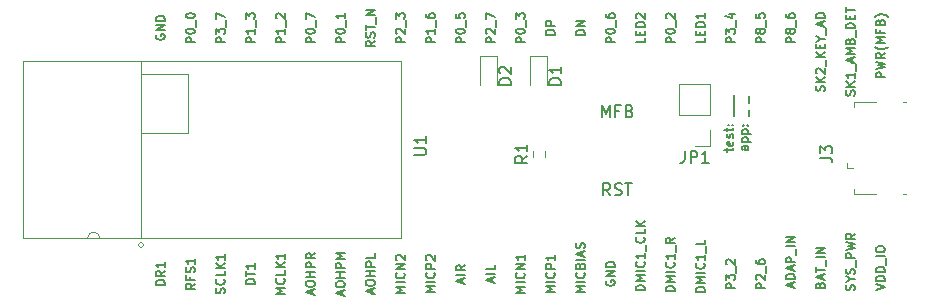
<source format=gbr>
%TF.GenerationSoftware,KiCad,Pcbnew,(5.1.9)-1*%
%TF.CreationDate,2021-12-20T00:17:31+00:00*%
%TF.ProjectId,BM83 breakout,424d3833-2062-4726-9561-6b6f75742e6b,rev?*%
%TF.SameCoordinates,Original*%
%TF.FileFunction,Legend,Top*%
%TF.FilePolarity,Positive*%
%FSLAX46Y46*%
G04 Gerber Fmt 4.6, Leading zero omitted, Abs format (unit mm)*
G04 Created by KiCad (PCBNEW (5.1.9)-1) date 2021-12-20 00:17:31*
%MOMM*%
%LPD*%
G01*
G04 APERTURE LIST*
%ADD10C,0.127000*%
%ADD11C,0.120000*%
%ADD12C,0.150000*%
%ADD13C,0.152400*%
G04 APERTURE END LIST*
D10*
X121629714Y-97844428D02*
X121629714Y-97554142D01*
X121375714Y-97735571D02*
X122028857Y-97735571D01*
X122101428Y-97699285D01*
X122137714Y-97626714D01*
X122137714Y-97554142D01*
X122101428Y-97009857D02*
X122137714Y-97082428D01*
X122137714Y-97227571D01*
X122101428Y-97300142D01*
X122028857Y-97336428D01*
X121738571Y-97336428D01*
X121666000Y-97300142D01*
X121629714Y-97227571D01*
X121629714Y-97082428D01*
X121666000Y-97009857D01*
X121738571Y-96973571D01*
X121811142Y-96973571D01*
X121883714Y-97336428D01*
X122101428Y-96683285D02*
X122137714Y-96610714D01*
X122137714Y-96465571D01*
X122101428Y-96393000D01*
X122028857Y-96356714D01*
X121992571Y-96356714D01*
X121920000Y-96393000D01*
X121883714Y-96465571D01*
X121883714Y-96574428D01*
X121847428Y-96647000D01*
X121774857Y-96683285D01*
X121738571Y-96683285D01*
X121666000Y-96647000D01*
X121629714Y-96574428D01*
X121629714Y-96465571D01*
X121666000Y-96393000D01*
X121629714Y-96139000D02*
X121629714Y-95848714D01*
X121375714Y-96030142D02*
X122028857Y-96030142D01*
X122101428Y-95993857D01*
X122137714Y-95921285D01*
X122137714Y-95848714D01*
X122065142Y-95594714D02*
X122101428Y-95558428D01*
X122137714Y-95594714D01*
X122101428Y-95631000D01*
X122065142Y-95594714D01*
X122137714Y-95594714D01*
X121666000Y-95594714D02*
X121702285Y-95558428D01*
X121738571Y-95594714D01*
X121702285Y-95631000D01*
X121666000Y-95594714D01*
X121738571Y-95594714D01*
X122210285Y-94832714D02*
X122210285Y-94252142D01*
X122210285Y-94252142D02*
X122210285Y-93671571D01*
X122210285Y-93671571D02*
X122210285Y-93091000D01*
X123407714Y-97372714D02*
X123008571Y-97372714D01*
X122936000Y-97409000D01*
X122899714Y-97481571D01*
X122899714Y-97626714D01*
X122936000Y-97699285D01*
X123371428Y-97372714D02*
X123407714Y-97445285D01*
X123407714Y-97626714D01*
X123371428Y-97699285D01*
X123298857Y-97735571D01*
X123226285Y-97735571D01*
X123153714Y-97699285D01*
X123117428Y-97626714D01*
X123117428Y-97445285D01*
X123081142Y-97372714D01*
X122899714Y-97009857D02*
X123661714Y-97009857D01*
X122936000Y-97009857D02*
X122899714Y-96937285D01*
X122899714Y-96792142D01*
X122936000Y-96719571D01*
X122972285Y-96683285D01*
X123044857Y-96647000D01*
X123262571Y-96647000D01*
X123335142Y-96683285D01*
X123371428Y-96719571D01*
X123407714Y-96792142D01*
X123407714Y-96937285D01*
X123371428Y-97009857D01*
X122899714Y-96320428D02*
X123661714Y-96320428D01*
X122936000Y-96320428D02*
X122899714Y-96247857D01*
X122899714Y-96102714D01*
X122936000Y-96030142D01*
X122972285Y-95993857D01*
X123044857Y-95957571D01*
X123262571Y-95957571D01*
X123335142Y-95993857D01*
X123371428Y-96030142D01*
X123407714Y-96102714D01*
X123407714Y-96247857D01*
X123371428Y-96320428D01*
X123335142Y-95631000D02*
X123371428Y-95594714D01*
X123407714Y-95631000D01*
X123371428Y-95667285D01*
X123335142Y-95631000D01*
X123407714Y-95631000D01*
X122936000Y-95631000D02*
X122972285Y-95594714D01*
X123008571Y-95631000D01*
X122972285Y-95667285D01*
X122936000Y-95631000D01*
X123008571Y-95631000D01*
X123480285Y-94869000D02*
X123480285Y-94288428D01*
X123480285Y-93707857D02*
X123480285Y-93127285D01*
X109564714Y-109764285D02*
X108802714Y-109764285D01*
X109347000Y-109510285D01*
X108802714Y-109256285D01*
X109564714Y-109256285D01*
X109564714Y-108893428D02*
X108802714Y-108893428D01*
X109492142Y-108095142D02*
X109528428Y-108131428D01*
X109564714Y-108240285D01*
X109564714Y-108312857D01*
X109528428Y-108421714D01*
X109455857Y-108494285D01*
X109383285Y-108530571D01*
X109238142Y-108566857D01*
X109129285Y-108566857D01*
X108984142Y-108530571D01*
X108911571Y-108494285D01*
X108839000Y-108421714D01*
X108802714Y-108312857D01*
X108802714Y-108240285D01*
X108839000Y-108131428D01*
X108875285Y-108095142D01*
X109165571Y-107514571D02*
X109201857Y-107405714D01*
X109238142Y-107369428D01*
X109310714Y-107333142D01*
X109419571Y-107333142D01*
X109492142Y-107369428D01*
X109528428Y-107405714D01*
X109564714Y-107478285D01*
X109564714Y-107768571D01*
X108802714Y-107768571D01*
X108802714Y-107514571D01*
X108839000Y-107442000D01*
X108875285Y-107405714D01*
X108947857Y-107369428D01*
X109020428Y-107369428D01*
X109093000Y-107405714D01*
X109129285Y-107442000D01*
X109165571Y-107514571D01*
X109165571Y-107768571D01*
X109564714Y-107006571D02*
X108802714Y-107006571D01*
X109347000Y-106680000D02*
X109347000Y-106317142D01*
X109564714Y-106752571D02*
X108802714Y-106498571D01*
X109564714Y-106244571D01*
X109528428Y-106026857D02*
X109564714Y-105918000D01*
X109564714Y-105736571D01*
X109528428Y-105664000D01*
X109492142Y-105627714D01*
X109419571Y-105591428D01*
X109347000Y-105591428D01*
X109274428Y-105627714D01*
X109238142Y-105664000D01*
X109201857Y-105736571D01*
X109165571Y-105881714D01*
X109129285Y-105954285D01*
X109093000Y-105990571D01*
X109020428Y-106026857D01*
X108947857Y-106026857D01*
X108875285Y-105990571D01*
X108839000Y-105954285D01*
X108802714Y-105881714D01*
X108802714Y-105700285D01*
X108839000Y-105591428D01*
X122264714Y-109419571D02*
X121502714Y-109419571D01*
X121502714Y-109129285D01*
X121539000Y-109056714D01*
X121575285Y-109020428D01*
X121647857Y-108984142D01*
X121756714Y-108984142D01*
X121829285Y-109020428D01*
X121865571Y-109056714D01*
X121901857Y-109129285D01*
X121901857Y-109419571D01*
X121502714Y-108730142D02*
X121502714Y-108258428D01*
X121793000Y-108512428D01*
X121793000Y-108403571D01*
X121829285Y-108331000D01*
X121865571Y-108294714D01*
X121938142Y-108258428D01*
X122119571Y-108258428D01*
X122192142Y-108294714D01*
X122228428Y-108331000D01*
X122264714Y-108403571D01*
X122264714Y-108621285D01*
X122228428Y-108693857D01*
X122192142Y-108730142D01*
X122337285Y-108113285D02*
X122337285Y-107532714D01*
X121575285Y-107387571D02*
X121539000Y-107351285D01*
X121502714Y-107278714D01*
X121502714Y-107097285D01*
X121539000Y-107024714D01*
X121575285Y-106988428D01*
X121647857Y-106952142D01*
X121720428Y-106952142D01*
X121829285Y-106988428D01*
X122264714Y-107423857D01*
X122264714Y-106952142D01*
X99187000Y-108947857D02*
X99187000Y-108585000D01*
X99404714Y-109020428D02*
X98642714Y-108766428D01*
X99404714Y-108512428D01*
X99404714Y-108258428D02*
X98642714Y-108258428D01*
X99404714Y-107460142D02*
X99041857Y-107714142D01*
X99404714Y-107895571D02*
X98642714Y-107895571D01*
X98642714Y-107605285D01*
X98679000Y-107532714D01*
X98715285Y-107496428D01*
X98787857Y-107460142D01*
X98896714Y-107460142D01*
X98969285Y-107496428D01*
X99005571Y-107532714D01*
X99041857Y-107605285D01*
X99041857Y-107895571D01*
X96864714Y-109764285D02*
X96102714Y-109764285D01*
X96647000Y-109510285D01*
X96102714Y-109256285D01*
X96864714Y-109256285D01*
X96864714Y-108893428D02*
X96102714Y-108893428D01*
X96792142Y-108095142D02*
X96828428Y-108131428D01*
X96864714Y-108240285D01*
X96864714Y-108312857D01*
X96828428Y-108421714D01*
X96755857Y-108494285D01*
X96683285Y-108530571D01*
X96538142Y-108566857D01*
X96429285Y-108566857D01*
X96284142Y-108530571D01*
X96211571Y-108494285D01*
X96139000Y-108421714D01*
X96102714Y-108312857D01*
X96102714Y-108240285D01*
X96139000Y-108131428D01*
X96175285Y-108095142D01*
X96864714Y-107768571D02*
X96102714Y-107768571D01*
X96102714Y-107478285D01*
X96139000Y-107405714D01*
X96175285Y-107369428D01*
X96247857Y-107333142D01*
X96356714Y-107333142D01*
X96429285Y-107369428D01*
X96465571Y-107405714D01*
X96501857Y-107478285D01*
X96501857Y-107768571D01*
X96175285Y-107042857D02*
X96139000Y-107006571D01*
X96102714Y-106934000D01*
X96102714Y-106752571D01*
X96139000Y-106680000D01*
X96175285Y-106643714D01*
X96247857Y-106607428D01*
X96320428Y-106607428D01*
X96429285Y-106643714D01*
X96864714Y-107079142D01*
X96864714Y-106607428D01*
X129485571Y-109129285D02*
X129521857Y-109020428D01*
X129558142Y-108984142D01*
X129630714Y-108947857D01*
X129739571Y-108947857D01*
X129812142Y-108984142D01*
X129848428Y-109020428D01*
X129884714Y-109093000D01*
X129884714Y-109383285D01*
X129122714Y-109383285D01*
X129122714Y-109129285D01*
X129159000Y-109056714D01*
X129195285Y-109020428D01*
X129267857Y-108984142D01*
X129340428Y-108984142D01*
X129413000Y-109020428D01*
X129449285Y-109056714D01*
X129485571Y-109129285D01*
X129485571Y-109383285D01*
X129667000Y-108657571D02*
X129667000Y-108294714D01*
X129884714Y-108730142D02*
X129122714Y-108476142D01*
X129884714Y-108222142D01*
X129122714Y-108077000D02*
X129122714Y-107641571D01*
X129884714Y-107859285D02*
X129122714Y-107859285D01*
X129957285Y-107569000D02*
X129957285Y-106988428D01*
X129884714Y-106807000D02*
X129122714Y-106807000D01*
X129884714Y-106444142D02*
X129122714Y-106444142D01*
X129884714Y-106008714D01*
X129122714Y-106008714D01*
X104484714Y-109782428D02*
X103722714Y-109782428D01*
X104267000Y-109528428D01*
X103722714Y-109274428D01*
X104484714Y-109274428D01*
X104484714Y-108911571D02*
X103722714Y-108911571D01*
X104412142Y-108113285D02*
X104448428Y-108149571D01*
X104484714Y-108258428D01*
X104484714Y-108331000D01*
X104448428Y-108439857D01*
X104375857Y-108512428D01*
X104303285Y-108548714D01*
X104158142Y-108585000D01*
X104049285Y-108585000D01*
X103904142Y-108548714D01*
X103831571Y-108512428D01*
X103759000Y-108439857D01*
X103722714Y-108331000D01*
X103722714Y-108258428D01*
X103759000Y-108149571D01*
X103795285Y-108113285D01*
X104484714Y-107786714D02*
X103722714Y-107786714D01*
X104484714Y-107351285D01*
X103722714Y-107351285D01*
X104484714Y-106589285D02*
X104484714Y-107024714D01*
X104484714Y-106807000D02*
X103722714Y-106807000D01*
X103831571Y-106879571D01*
X103904142Y-106952142D01*
X103940428Y-107024714D01*
X94324714Y-109782428D02*
X93562714Y-109782428D01*
X94107000Y-109528428D01*
X93562714Y-109274428D01*
X94324714Y-109274428D01*
X94324714Y-108911571D02*
X93562714Y-108911571D01*
X94252142Y-108113285D02*
X94288428Y-108149571D01*
X94324714Y-108258428D01*
X94324714Y-108331000D01*
X94288428Y-108439857D01*
X94215857Y-108512428D01*
X94143285Y-108548714D01*
X93998142Y-108585000D01*
X93889285Y-108585000D01*
X93744142Y-108548714D01*
X93671571Y-108512428D01*
X93599000Y-108439857D01*
X93562714Y-108331000D01*
X93562714Y-108258428D01*
X93599000Y-108149571D01*
X93635285Y-108113285D01*
X94324714Y-107786714D02*
X93562714Y-107786714D01*
X94324714Y-107351285D01*
X93562714Y-107351285D01*
X93635285Y-107024714D02*
X93599000Y-106988428D01*
X93562714Y-106915857D01*
X93562714Y-106734428D01*
X93599000Y-106661857D01*
X93635285Y-106625571D01*
X93707857Y-106589285D01*
X93780428Y-106589285D01*
X93889285Y-106625571D01*
X94324714Y-107061000D01*
X94324714Y-106589285D01*
X119724714Y-109728000D02*
X118962714Y-109728000D01*
X118962714Y-109546571D01*
X118999000Y-109437714D01*
X119071571Y-109365142D01*
X119144142Y-109328857D01*
X119289285Y-109292571D01*
X119398142Y-109292571D01*
X119543285Y-109328857D01*
X119615857Y-109365142D01*
X119688428Y-109437714D01*
X119724714Y-109546571D01*
X119724714Y-109728000D01*
X119724714Y-108966000D02*
X118962714Y-108966000D01*
X119507000Y-108712000D01*
X118962714Y-108458000D01*
X119724714Y-108458000D01*
X119724714Y-108095142D02*
X118962714Y-108095142D01*
X119652142Y-107296857D02*
X119688428Y-107333142D01*
X119724714Y-107442000D01*
X119724714Y-107514571D01*
X119688428Y-107623428D01*
X119615857Y-107696000D01*
X119543285Y-107732285D01*
X119398142Y-107768571D01*
X119289285Y-107768571D01*
X119144142Y-107732285D01*
X119071571Y-107696000D01*
X118999000Y-107623428D01*
X118962714Y-107514571D01*
X118962714Y-107442000D01*
X118999000Y-107333142D01*
X119035285Y-107296857D01*
X119724714Y-106571142D02*
X119724714Y-107006571D01*
X119724714Y-106788857D02*
X118962714Y-106788857D01*
X119071571Y-106861428D01*
X119144142Y-106934000D01*
X119180428Y-107006571D01*
X119797285Y-106426000D02*
X119797285Y-105845428D01*
X119724714Y-105301142D02*
X119724714Y-105664000D01*
X118962714Y-105664000D01*
X117174554Y-109653251D02*
X116412554Y-109653251D01*
X116412554Y-109471822D01*
X116448840Y-109362965D01*
X116521411Y-109290394D01*
X116593982Y-109254108D01*
X116739125Y-109217822D01*
X116847982Y-109217822D01*
X116993125Y-109254108D01*
X117065697Y-109290394D01*
X117138268Y-109362965D01*
X117174554Y-109471822D01*
X117174554Y-109653251D01*
X117174554Y-108891251D02*
X116412554Y-108891251D01*
X116956840Y-108637251D01*
X116412554Y-108383251D01*
X117174554Y-108383251D01*
X117174554Y-108020394D02*
X116412554Y-108020394D01*
X117101982Y-107222108D02*
X117138268Y-107258394D01*
X117174554Y-107367251D01*
X117174554Y-107439822D01*
X117138268Y-107548680D01*
X117065697Y-107621251D01*
X116993125Y-107657537D01*
X116847982Y-107693822D01*
X116739125Y-107693822D01*
X116593982Y-107657537D01*
X116521411Y-107621251D01*
X116448840Y-107548680D01*
X116412554Y-107439822D01*
X116412554Y-107367251D01*
X116448840Y-107258394D01*
X116485125Y-107222108D01*
X117174554Y-106496394D02*
X117174554Y-106931822D01*
X117174554Y-106714108D02*
X116412554Y-106714108D01*
X116521411Y-106786680D01*
X116593982Y-106859251D01*
X116630268Y-106931822D01*
X117247125Y-106351251D02*
X117247125Y-105770680D01*
X117174554Y-105153822D02*
X116811697Y-105407822D01*
X117174554Y-105589251D02*
X116412554Y-105589251D01*
X116412554Y-105298965D01*
X116448840Y-105226394D01*
X116485125Y-105190108D01*
X116557697Y-105153822D01*
X116666554Y-105153822D01*
X116739125Y-105190108D01*
X116775411Y-105226394D01*
X116811697Y-105298965D01*
X116811697Y-105589251D01*
X101727000Y-108875285D02*
X101727000Y-108512428D01*
X101944714Y-108947857D02*
X101182714Y-108693857D01*
X101944714Y-108439857D01*
X101944714Y-108185857D02*
X101182714Y-108185857D01*
X101944714Y-107460142D02*
X101944714Y-107823000D01*
X101182714Y-107823000D01*
X114644714Y-109601000D02*
X113882714Y-109601000D01*
X113882714Y-109419571D01*
X113919000Y-109310714D01*
X113991571Y-109238142D01*
X114064142Y-109201857D01*
X114209285Y-109165571D01*
X114318142Y-109165571D01*
X114463285Y-109201857D01*
X114535857Y-109238142D01*
X114608428Y-109310714D01*
X114644714Y-109419571D01*
X114644714Y-109601000D01*
X114644714Y-108839000D02*
X113882714Y-108839000D01*
X114427000Y-108585000D01*
X113882714Y-108331000D01*
X114644714Y-108331000D01*
X114644714Y-107968142D02*
X113882714Y-107968142D01*
X114572142Y-107169857D02*
X114608428Y-107206142D01*
X114644714Y-107315000D01*
X114644714Y-107387571D01*
X114608428Y-107496428D01*
X114535857Y-107569000D01*
X114463285Y-107605285D01*
X114318142Y-107641571D01*
X114209285Y-107641571D01*
X114064142Y-107605285D01*
X113991571Y-107569000D01*
X113919000Y-107496428D01*
X113882714Y-107387571D01*
X113882714Y-107315000D01*
X113919000Y-107206142D01*
X113955285Y-107169857D01*
X114644714Y-106444142D02*
X114644714Y-106879571D01*
X114644714Y-106661857D02*
X113882714Y-106661857D01*
X113991571Y-106734428D01*
X114064142Y-106807000D01*
X114100428Y-106879571D01*
X114717285Y-106299000D02*
X114717285Y-105718428D01*
X114572142Y-105101571D02*
X114608428Y-105137857D01*
X114644714Y-105246714D01*
X114644714Y-105319285D01*
X114608428Y-105428142D01*
X114535857Y-105500714D01*
X114463285Y-105537000D01*
X114318142Y-105573285D01*
X114209285Y-105573285D01*
X114064142Y-105537000D01*
X113991571Y-105500714D01*
X113919000Y-105428142D01*
X113882714Y-105319285D01*
X113882714Y-105246714D01*
X113919000Y-105137857D01*
X113955285Y-105101571D01*
X114644714Y-104412142D02*
X114644714Y-104775000D01*
X113882714Y-104775000D01*
X114644714Y-104158142D02*
X113882714Y-104158142D01*
X114644714Y-103722714D02*
X114209285Y-104049285D01*
X113882714Y-103722714D02*
X114318142Y-104158142D01*
X107024714Y-109764285D02*
X106262714Y-109764285D01*
X106807000Y-109510285D01*
X106262714Y-109256285D01*
X107024714Y-109256285D01*
X107024714Y-108893428D02*
X106262714Y-108893428D01*
X106952142Y-108095142D02*
X106988428Y-108131428D01*
X107024714Y-108240285D01*
X107024714Y-108312857D01*
X106988428Y-108421714D01*
X106915857Y-108494285D01*
X106843285Y-108530571D01*
X106698142Y-108566857D01*
X106589285Y-108566857D01*
X106444142Y-108530571D01*
X106371571Y-108494285D01*
X106299000Y-108421714D01*
X106262714Y-108312857D01*
X106262714Y-108240285D01*
X106299000Y-108131428D01*
X106335285Y-108095142D01*
X107024714Y-107768571D02*
X106262714Y-107768571D01*
X106262714Y-107478285D01*
X106299000Y-107405714D01*
X106335285Y-107369428D01*
X106407857Y-107333142D01*
X106516714Y-107333142D01*
X106589285Y-107369428D01*
X106625571Y-107405714D01*
X106661857Y-107478285D01*
X106661857Y-107768571D01*
X107024714Y-106607428D02*
X107024714Y-107042857D01*
X107024714Y-106825142D02*
X106262714Y-106825142D01*
X106371571Y-106897714D01*
X106444142Y-106970285D01*
X106480428Y-107042857D01*
X89027000Y-110000142D02*
X89027000Y-109637285D01*
X89244714Y-110072714D02*
X88482714Y-109818714D01*
X89244714Y-109564714D01*
X88482714Y-109165571D02*
X88482714Y-109020428D01*
X88519000Y-108947857D01*
X88591571Y-108875285D01*
X88736714Y-108839000D01*
X88990714Y-108839000D01*
X89135857Y-108875285D01*
X89208428Y-108947857D01*
X89244714Y-109020428D01*
X89244714Y-109165571D01*
X89208428Y-109238142D01*
X89135857Y-109310714D01*
X88990714Y-109347000D01*
X88736714Y-109347000D01*
X88591571Y-109310714D01*
X88519000Y-109238142D01*
X88482714Y-109165571D01*
X89244714Y-108512428D02*
X88482714Y-108512428D01*
X88845571Y-108512428D02*
X88845571Y-108077000D01*
X89244714Y-108077000D02*
X88482714Y-108077000D01*
X89244714Y-107714142D02*
X88482714Y-107714142D01*
X88482714Y-107423857D01*
X88519000Y-107351285D01*
X88555285Y-107315000D01*
X88627857Y-107278714D01*
X88736714Y-107278714D01*
X88809285Y-107315000D01*
X88845571Y-107351285D01*
X88881857Y-107423857D01*
X88881857Y-107714142D01*
X89244714Y-106952142D02*
X88482714Y-106952142D01*
X89027000Y-106698142D01*
X88482714Y-106444142D01*
X89244714Y-106444142D01*
X132388428Y-109582857D02*
X132424714Y-109474000D01*
X132424714Y-109292571D01*
X132388428Y-109220000D01*
X132352142Y-109183714D01*
X132279571Y-109147428D01*
X132207000Y-109147428D01*
X132134428Y-109183714D01*
X132098142Y-109220000D01*
X132061857Y-109292571D01*
X132025571Y-109437714D01*
X131989285Y-109510285D01*
X131953000Y-109546571D01*
X131880428Y-109582857D01*
X131807857Y-109582857D01*
X131735285Y-109546571D01*
X131699000Y-109510285D01*
X131662714Y-109437714D01*
X131662714Y-109256285D01*
X131699000Y-109147428D01*
X132061857Y-108675714D02*
X132424714Y-108675714D01*
X131662714Y-108929714D02*
X132061857Y-108675714D01*
X131662714Y-108421714D01*
X132388428Y-108204000D02*
X132424714Y-108095142D01*
X132424714Y-107913714D01*
X132388428Y-107841142D01*
X132352142Y-107804857D01*
X132279571Y-107768571D01*
X132207000Y-107768571D01*
X132134428Y-107804857D01*
X132098142Y-107841142D01*
X132061857Y-107913714D01*
X132025571Y-108058857D01*
X131989285Y-108131428D01*
X131953000Y-108167714D01*
X131880428Y-108204000D01*
X131807857Y-108204000D01*
X131735285Y-108167714D01*
X131699000Y-108131428D01*
X131662714Y-108058857D01*
X131662714Y-107877428D01*
X131699000Y-107768571D01*
X132497285Y-107623428D02*
X132497285Y-107042857D01*
X132424714Y-106861428D02*
X131662714Y-106861428D01*
X131662714Y-106571142D01*
X131699000Y-106498571D01*
X131735285Y-106462285D01*
X131807857Y-106426000D01*
X131916714Y-106426000D01*
X131989285Y-106462285D01*
X132025571Y-106498571D01*
X132061857Y-106571142D01*
X132061857Y-106861428D01*
X131662714Y-106172000D02*
X132424714Y-105990571D01*
X131880428Y-105845428D01*
X132424714Y-105700285D01*
X131662714Y-105518857D01*
X132424714Y-104793142D02*
X132061857Y-105047142D01*
X132424714Y-105228571D02*
X131662714Y-105228571D01*
X131662714Y-104938285D01*
X131699000Y-104865714D01*
X131735285Y-104829428D01*
X131807857Y-104793142D01*
X131916714Y-104793142D01*
X131989285Y-104829428D01*
X132025571Y-104865714D01*
X132061857Y-104938285D01*
X132061857Y-105228571D01*
X127127000Y-109328857D02*
X127127000Y-108966000D01*
X127344714Y-109401428D02*
X126582714Y-109147428D01*
X127344714Y-108893428D01*
X127344714Y-108639428D02*
X126582714Y-108639428D01*
X126582714Y-108458000D01*
X126619000Y-108349142D01*
X126691571Y-108276571D01*
X126764142Y-108240285D01*
X126909285Y-108204000D01*
X127018142Y-108204000D01*
X127163285Y-108240285D01*
X127235857Y-108276571D01*
X127308428Y-108349142D01*
X127344714Y-108458000D01*
X127344714Y-108639428D01*
X127127000Y-107913714D02*
X127127000Y-107550857D01*
X127344714Y-107986285D02*
X126582714Y-107732285D01*
X127344714Y-107478285D01*
X127344714Y-107224285D02*
X126582714Y-107224285D01*
X126582714Y-106934000D01*
X126619000Y-106861428D01*
X126655285Y-106825142D01*
X126727857Y-106788857D01*
X126836714Y-106788857D01*
X126909285Y-106825142D01*
X126945571Y-106861428D01*
X126981857Y-106934000D01*
X126981857Y-107224285D01*
X127417285Y-106643714D02*
X127417285Y-106063142D01*
X127344714Y-105881714D02*
X126582714Y-105881714D01*
X127344714Y-105518857D02*
X126582714Y-105518857D01*
X127344714Y-105083428D01*
X126582714Y-105083428D01*
X86487000Y-109945714D02*
X86487000Y-109582857D01*
X86704714Y-110018285D02*
X85942714Y-109764285D01*
X86704714Y-109510285D01*
X85942714Y-109111142D02*
X85942714Y-108966000D01*
X85979000Y-108893428D01*
X86051571Y-108820857D01*
X86196714Y-108784571D01*
X86450714Y-108784571D01*
X86595857Y-108820857D01*
X86668428Y-108893428D01*
X86704714Y-108966000D01*
X86704714Y-109111142D01*
X86668428Y-109183714D01*
X86595857Y-109256285D01*
X86450714Y-109292571D01*
X86196714Y-109292571D01*
X86051571Y-109256285D01*
X85979000Y-109183714D01*
X85942714Y-109111142D01*
X86704714Y-108458000D02*
X85942714Y-108458000D01*
X86305571Y-108458000D02*
X86305571Y-108022571D01*
X86704714Y-108022571D02*
X85942714Y-108022571D01*
X86704714Y-107659714D02*
X85942714Y-107659714D01*
X85942714Y-107369428D01*
X85979000Y-107296857D01*
X86015285Y-107260571D01*
X86087857Y-107224285D01*
X86196714Y-107224285D01*
X86269285Y-107260571D01*
X86305571Y-107296857D01*
X86341857Y-107369428D01*
X86341857Y-107659714D01*
X86704714Y-106462285D02*
X86341857Y-106716285D01*
X86704714Y-106897714D02*
X85942714Y-106897714D01*
X85942714Y-106607428D01*
X85979000Y-106534857D01*
X86015285Y-106498571D01*
X86087857Y-106462285D01*
X86196714Y-106462285D01*
X86269285Y-106498571D01*
X86305571Y-106534857D01*
X86341857Y-106607428D01*
X86341857Y-106897714D01*
X111379000Y-108784571D02*
X111342714Y-108857142D01*
X111342714Y-108966000D01*
X111379000Y-109074857D01*
X111451571Y-109147428D01*
X111524142Y-109183714D01*
X111669285Y-109220000D01*
X111778142Y-109220000D01*
X111923285Y-109183714D01*
X111995857Y-109147428D01*
X112068428Y-109074857D01*
X112104714Y-108966000D01*
X112104714Y-108893428D01*
X112068428Y-108784571D01*
X112032142Y-108748285D01*
X111778142Y-108748285D01*
X111778142Y-108893428D01*
X112104714Y-108421714D02*
X111342714Y-108421714D01*
X112104714Y-107986285D01*
X111342714Y-107986285D01*
X112104714Y-107623428D02*
X111342714Y-107623428D01*
X111342714Y-107442000D01*
X111379000Y-107333142D01*
X111451571Y-107260571D01*
X111524142Y-107224285D01*
X111669285Y-107188000D01*
X111778142Y-107188000D01*
X111923285Y-107224285D01*
X111995857Y-107260571D01*
X112068428Y-107333142D01*
X112104714Y-107442000D01*
X112104714Y-107623428D01*
X81624714Y-109056714D02*
X80862714Y-109056714D01*
X80862714Y-108875285D01*
X80899000Y-108766428D01*
X80971571Y-108693857D01*
X81044142Y-108657571D01*
X81189285Y-108621285D01*
X81298142Y-108621285D01*
X81443285Y-108657571D01*
X81515857Y-108693857D01*
X81588428Y-108766428D01*
X81624714Y-108875285D01*
X81624714Y-109056714D01*
X80862714Y-108403571D02*
X80862714Y-107968142D01*
X81624714Y-108185857D02*
X80862714Y-108185857D01*
X81624714Y-107315000D02*
X81624714Y-107750428D01*
X81624714Y-107532714D02*
X80862714Y-107532714D01*
X80971571Y-107605285D01*
X81044142Y-107677857D01*
X81080428Y-107750428D01*
X76544714Y-109020428D02*
X76181857Y-109274428D01*
X76544714Y-109455857D02*
X75782714Y-109455857D01*
X75782714Y-109165571D01*
X75819000Y-109093000D01*
X75855285Y-109056714D01*
X75927857Y-109020428D01*
X76036714Y-109020428D01*
X76109285Y-109056714D01*
X76145571Y-109093000D01*
X76181857Y-109165571D01*
X76181857Y-109455857D01*
X76145571Y-108439857D02*
X76145571Y-108693857D01*
X76544714Y-108693857D02*
X75782714Y-108693857D01*
X75782714Y-108331000D01*
X76508428Y-108077000D02*
X76544714Y-107968142D01*
X76544714Y-107786714D01*
X76508428Y-107714142D01*
X76472142Y-107677857D01*
X76399571Y-107641571D01*
X76327000Y-107641571D01*
X76254428Y-107677857D01*
X76218142Y-107714142D01*
X76181857Y-107786714D01*
X76145571Y-107931857D01*
X76109285Y-108004428D01*
X76073000Y-108040714D01*
X76000428Y-108077000D01*
X75927857Y-108077000D01*
X75855285Y-108040714D01*
X75819000Y-108004428D01*
X75782714Y-107931857D01*
X75782714Y-107750428D01*
X75819000Y-107641571D01*
X76544714Y-106915857D02*
X76544714Y-107351285D01*
X76544714Y-107133571D02*
X75782714Y-107133571D01*
X75891571Y-107206142D01*
X75964142Y-107278714D01*
X76000428Y-107351285D01*
X74004714Y-109147428D02*
X73242714Y-109147428D01*
X73242714Y-108966000D01*
X73279000Y-108857142D01*
X73351571Y-108784571D01*
X73424142Y-108748285D01*
X73569285Y-108712000D01*
X73678142Y-108712000D01*
X73823285Y-108748285D01*
X73895857Y-108784571D01*
X73968428Y-108857142D01*
X74004714Y-108966000D01*
X74004714Y-109147428D01*
X74004714Y-107950000D02*
X73641857Y-108204000D01*
X74004714Y-108385428D02*
X73242714Y-108385428D01*
X73242714Y-108095142D01*
X73279000Y-108022571D01*
X73315285Y-107986285D01*
X73387857Y-107950000D01*
X73496714Y-107950000D01*
X73569285Y-107986285D01*
X73605571Y-108022571D01*
X73641857Y-108095142D01*
X73641857Y-108385428D01*
X74004714Y-107224285D02*
X74004714Y-107659714D01*
X74004714Y-107442000D02*
X73242714Y-107442000D01*
X73351571Y-107514571D01*
X73424142Y-107587142D01*
X73460428Y-107659714D01*
X79048428Y-109855000D02*
X79084714Y-109746142D01*
X79084714Y-109564714D01*
X79048428Y-109492142D01*
X79012142Y-109455857D01*
X78939571Y-109419571D01*
X78867000Y-109419571D01*
X78794428Y-109455857D01*
X78758142Y-109492142D01*
X78721857Y-109564714D01*
X78685571Y-109709857D01*
X78649285Y-109782428D01*
X78613000Y-109818714D01*
X78540428Y-109855000D01*
X78467857Y-109855000D01*
X78395285Y-109818714D01*
X78359000Y-109782428D01*
X78322714Y-109709857D01*
X78322714Y-109528428D01*
X78359000Y-109419571D01*
X79012142Y-108657571D02*
X79048428Y-108693857D01*
X79084714Y-108802714D01*
X79084714Y-108875285D01*
X79048428Y-108984142D01*
X78975857Y-109056714D01*
X78903285Y-109093000D01*
X78758142Y-109129285D01*
X78649285Y-109129285D01*
X78504142Y-109093000D01*
X78431571Y-109056714D01*
X78359000Y-108984142D01*
X78322714Y-108875285D01*
X78322714Y-108802714D01*
X78359000Y-108693857D01*
X78395285Y-108657571D01*
X79084714Y-107968142D02*
X79084714Y-108331000D01*
X78322714Y-108331000D01*
X79084714Y-107714142D02*
X78322714Y-107714142D01*
X79084714Y-107278714D02*
X78649285Y-107605285D01*
X78322714Y-107278714D02*
X78758142Y-107714142D01*
X79084714Y-106553000D02*
X79084714Y-106988428D01*
X79084714Y-106770714D02*
X78322714Y-106770714D01*
X78431571Y-106843285D01*
X78504142Y-106915857D01*
X78540428Y-106988428D01*
X134202714Y-109582857D02*
X134964714Y-109328857D01*
X134202714Y-109074857D01*
X134964714Y-108820857D02*
X134202714Y-108820857D01*
X134202714Y-108639428D01*
X134239000Y-108530571D01*
X134311571Y-108458000D01*
X134384142Y-108421714D01*
X134529285Y-108385428D01*
X134638142Y-108385428D01*
X134783285Y-108421714D01*
X134855857Y-108458000D01*
X134928428Y-108530571D01*
X134964714Y-108639428D01*
X134964714Y-108820857D01*
X134964714Y-108058857D02*
X134202714Y-108058857D01*
X134202714Y-107877428D01*
X134239000Y-107768571D01*
X134311571Y-107696000D01*
X134384142Y-107659714D01*
X134529285Y-107623428D01*
X134638142Y-107623428D01*
X134783285Y-107659714D01*
X134855857Y-107696000D01*
X134928428Y-107768571D01*
X134964714Y-107877428D01*
X134964714Y-108058857D01*
X135037285Y-107478285D02*
X135037285Y-106897714D01*
X134964714Y-106716285D02*
X134202714Y-106716285D01*
X134202714Y-106208285D02*
X134202714Y-106063142D01*
X134239000Y-105990571D01*
X134311571Y-105918000D01*
X134456714Y-105881714D01*
X134710714Y-105881714D01*
X134855857Y-105918000D01*
X134928428Y-105990571D01*
X134964714Y-106063142D01*
X134964714Y-106208285D01*
X134928428Y-106280857D01*
X134855857Y-106353428D01*
X134710714Y-106389714D01*
X134456714Y-106389714D01*
X134311571Y-106353428D01*
X134239000Y-106280857D01*
X134202714Y-106208285D01*
X84164714Y-109891285D02*
X83402714Y-109891285D01*
X83947000Y-109637285D01*
X83402714Y-109383285D01*
X84164714Y-109383285D01*
X84092142Y-108585000D02*
X84128428Y-108621285D01*
X84164714Y-108730142D01*
X84164714Y-108802714D01*
X84128428Y-108911571D01*
X84055857Y-108984142D01*
X83983285Y-109020428D01*
X83838142Y-109056714D01*
X83729285Y-109056714D01*
X83584142Y-109020428D01*
X83511571Y-108984142D01*
X83439000Y-108911571D01*
X83402714Y-108802714D01*
X83402714Y-108730142D01*
X83439000Y-108621285D01*
X83475285Y-108585000D01*
X84164714Y-107895571D02*
X84164714Y-108258428D01*
X83402714Y-108258428D01*
X84164714Y-107641571D02*
X83402714Y-107641571D01*
X84164714Y-107206142D02*
X83729285Y-107532714D01*
X83402714Y-107206142D02*
X83838142Y-107641571D01*
X84164714Y-106480428D02*
X84164714Y-106915857D01*
X84164714Y-106698142D02*
X83402714Y-106698142D01*
X83511571Y-106770714D01*
X83584142Y-106843285D01*
X83620428Y-106915857D01*
X124804714Y-109419571D02*
X124042714Y-109419571D01*
X124042714Y-109129285D01*
X124079000Y-109056714D01*
X124115285Y-109020428D01*
X124187857Y-108984142D01*
X124296714Y-108984142D01*
X124369285Y-109020428D01*
X124405571Y-109056714D01*
X124441857Y-109129285D01*
X124441857Y-109419571D01*
X124115285Y-108693857D02*
X124079000Y-108657571D01*
X124042714Y-108585000D01*
X124042714Y-108403571D01*
X124079000Y-108331000D01*
X124115285Y-108294714D01*
X124187857Y-108258428D01*
X124260428Y-108258428D01*
X124369285Y-108294714D01*
X124804714Y-108730142D01*
X124804714Y-108258428D01*
X124877285Y-108113285D02*
X124877285Y-107532714D01*
X124042714Y-107024714D02*
X124042714Y-107169857D01*
X124079000Y-107242428D01*
X124115285Y-107278714D01*
X124224142Y-107351285D01*
X124369285Y-107387571D01*
X124659571Y-107387571D01*
X124732142Y-107351285D01*
X124768428Y-107315000D01*
X124804714Y-107242428D01*
X124804714Y-107097285D01*
X124768428Y-107024714D01*
X124732142Y-106988428D01*
X124659571Y-106952142D01*
X124478142Y-106952142D01*
X124405571Y-106988428D01*
X124369285Y-107024714D01*
X124333000Y-107097285D01*
X124333000Y-107242428D01*
X124369285Y-107315000D01*
X124405571Y-107351285D01*
X124478142Y-107387571D01*
X91567000Y-109873142D02*
X91567000Y-109510285D01*
X91784714Y-109945714D02*
X91022714Y-109691714D01*
X91784714Y-109437714D01*
X91022714Y-109038571D02*
X91022714Y-108893428D01*
X91059000Y-108820857D01*
X91131571Y-108748285D01*
X91276714Y-108712000D01*
X91530714Y-108712000D01*
X91675857Y-108748285D01*
X91748428Y-108820857D01*
X91784714Y-108893428D01*
X91784714Y-109038571D01*
X91748428Y-109111142D01*
X91675857Y-109183714D01*
X91530714Y-109220000D01*
X91276714Y-109220000D01*
X91131571Y-109183714D01*
X91059000Y-109111142D01*
X91022714Y-109038571D01*
X91784714Y-108385428D02*
X91022714Y-108385428D01*
X91385571Y-108385428D02*
X91385571Y-107950000D01*
X91784714Y-107950000D02*
X91022714Y-107950000D01*
X91784714Y-107587142D02*
X91022714Y-107587142D01*
X91022714Y-107296857D01*
X91059000Y-107224285D01*
X91095285Y-107188000D01*
X91167857Y-107151714D01*
X91276714Y-107151714D01*
X91349285Y-107188000D01*
X91385571Y-107224285D01*
X91421857Y-107296857D01*
X91421857Y-107587142D01*
X91784714Y-106462285D02*
X91784714Y-106825142D01*
X91022714Y-106825142D01*
X134964714Y-91567000D02*
X134202714Y-91567000D01*
X134202714Y-91276714D01*
X134239000Y-91204142D01*
X134275285Y-91167857D01*
X134347857Y-91131571D01*
X134456714Y-91131571D01*
X134529285Y-91167857D01*
X134565571Y-91204142D01*
X134601857Y-91276714D01*
X134601857Y-91567000D01*
X134202714Y-90877571D02*
X134964714Y-90696142D01*
X134420428Y-90551000D01*
X134964714Y-90405857D01*
X134202714Y-90224428D01*
X134964714Y-89498714D02*
X134601857Y-89752714D01*
X134964714Y-89934142D02*
X134202714Y-89934142D01*
X134202714Y-89643857D01*
X134239000Y-89571285D01*
X134275285Y-89535000D01*
X134347857Y-89498714D01*
X134456714Y-89498714D01*
X134529285Y-89535000D01*
X134565571Y-89571285D01*
X134601857Y-89643857D01*
X134601857Y-89934142D01*
X135255000Y-88954428D02*
X135218714Y-88990714D01*
X135109857Y-89063285D01*
X135037285Y-89099571D01*
X134928428Y-89135857D01*
X134747000Y-89172142D01*
X134601857Y-89172142D01*
X134420428Y-89135857D01*
X134311571Y-89099571D01*
X134239000Y-89063285D01*
X134130142Y-88990714D01*
X134093857Y-88954428D01*
X134964714Y-88664142D02*
X134202714Y-88664142D01*
X134747000Y-88410142D01*
X134202714Y-88156142D01*
X134964714Y-88156142D01*
X134565571Y-87539285D02*
X134565571Y-87793285D01*
X134964714Y-87793285D02*
X134202714Y-87793285D01*
X134202714Y-87430428D01*
X134565571Y-86886142D02*
X134601857Y-86777285D01*
X134638142Y-86741000D01*
X134710714Y-86704714D01*
X134819571Y-86704714D01*
X134892142Y-86741000D01*
X134928428Y-86777285D01*
X134964714Y-86849857D01*
X134964714Y-87140142D01*
X134202714Y-87140142D01*
X134202714Y-86886142D01*
X134239000Y-86813571D01*
X134275285Y-86777285D01*
X134347857Y-86741000D01*
X134420428Y-86741000D01*
X134493000Y-86777285D01*
X134529285Y-86813571D01*
X134565571Y-86886142D01*
X134565571Y-87140142D01*
X135255000Y-86450714D02*
X135218714Y-86414428D01*
X135109857Y-86341857D01*
X135037285Y-86305571D01*
X134928428Y-86269285D01*
X134747000Y-86233000D01*
X134601857Y-86233000D01*
X134420428Y-86269285D01*
X134311571Y-86305571D01*
X134239000Y-86341857D01*
X134130142Y-86414428D01*
X134093857Y-86450714D01*
X132388428Y-93109142D02*
X132424714Y-93000285D01*
X132424714Y-92818857D01*
X132388428Y-92746285D01*
X132352142Y-92710000D01*
X132279571Y-92673714D01*
X132207000Y-92673714D01*
X132134428Y-92710000D01*
X132098142Y-92746285D01*
X132061857Y-92818857D01*
X132025571Y-92964000D01*
X131989285Y-93036571D01*
X131953000Y-93072857D01*
X131880428Y-93109142D01*
X131807857Y-93109142D01*
X131735285Y-93072857D01*
X131699000Y-93036571D01*
X131662714Y-92964000D01*
X131662714Y-92782571D01*
X131699000Y-92673714D01*
X132424714Y-92347142D02*
X131662714Y-92347142D01*
X132424714Y-91911714D02*
X131989285Y-92238285D01*
X131662714Y-91911714D02*
X132098142Y-92347142D01*
X132424714Y-91186000D02*
X132424714Y-91621428D01*
X132424714Y-91403714D02*
X131662714Y-91403714D01*
X131771571Y-91476285D01*
X131844142Y-91548857D01*
X131880428Y-91621428D01*
X132497285Y-91040857D02*
X132497285Y-90460285D01*
X132207000Y-90315142D02*
X132207000Y-89952285D01*
X132424714Y-90387714D02*
X131662714Y-90133714D01*
X132424714Y-89879714D01*
X132424714Y-89625714D02*
X131662714Y-89625714D01*
X132207000Y-89371714D01*
X131662714Y-89117714D01*
X132424714Y-89117714D01*
X132025571Y-88500857D02*
X132061857Y-88392000D01*
X132098142Y-88355714D01*
X132170714Y-88319428D01*
X132279571Y-88319428D01*
X132352142Y-88355714D01*
X132388428Y-88392000D01*
X132424714Y-88464571D01*
X132424714Y-88754857D01*
X131662714Y-88754857D01*
X131662714Y-88500857D01*
X131699000Y-88428285D01*
X131735285Y-88392000D01*
X131807857Y-88355714D01*
X131880428Y-88355714D01*
X131953000Y-88392000D01*
X131989285Y-88428285D01*
X132025571Y-88500857D01*
X132025571Y-88754857D01*
X132497285Y-88174285D02*
X132497285Y-87593714D01*
X132424714Y-87412285D02*
X131662714Y-87412285D01*
X131662714Y-87230857D01*
X131699000Y-87122000D01*
X131771571Y-87049428D01*
X131844142Y-87013142D01*
X131989285Y-86976857D01*
X132098142Y-86976857D01*
X132243285Y-87013142D01*
X132315857Y-87049428D01*
X132388428Y-87122000D01*
X132424714Y-87230857D01*
X132424714Y-87412285D01*
X132025571Y-86650285D02*
X132025571Y-86396285D01*
X132424714Y-86287428D02*
X132424714Y-86650285D01*
X131662714Y-86650285D01*
X131662714Y-86287428D01*
X131662714Y-86069714D02*
X131662714Y-85634285D01*
X132424714Y-85852000D02*
X131662714Y-85852000D01*
X127344714Y-88591571D02*
X126582714Y-88591571D01*
X126582714Y-88301285D01*
X126619000Y-88228714D01*
X126655285Y-88192428D01*
X126727857Y-88156142D01*
X126836714Y-88156142D01*
X126909285Y-88192428D01*
X126945571Y-88228714D01*
X126981857Y-88301285D01*
X126981857Y-88591571D01*
X126909285Y-87720714D02*
X126873000Y-87793285D01*
X126836714Y-87829571D01*
X126764142Y-87865857D01*
X126727857Y-87865857D01*
X126655285Y-87829571D01*
X126619000Y-87793285D01*
X126582714Y-87720714D01*
X126582714Y-87575571D01*
X126619000Y-87503000D01*
X126655285Y-87466714D01*
X126727857Y-87430428D01*
X126764142Y-87430428D01*
X126836714Y-87466714D01*
X126873000Y-87503000D01*
X126909285Y-87575571D01*
X126909285Y-87720714D01*
X126945571Y-87793285D01*
X126981857Y-87829571D01*
X127054428Y-87865857D01*
X127199571Y-87865857D01*
X127272142Y-87829571D01*
X127308428Y-87793285D01*
X127344714Y-87720714D01*
X127344714Y-87575571D01*
X127308428Y-87503000D01*
X127272142Y-87466714D01*
X127199571Y-87430428D01*
X127054428Y-87430428D01*
X126981857Y-87466714D01*
X126945571Y-87503000D01*
X126909285Y-87575571D01*
X127417285Y-87285285D02*
X127417285Y-86704714D01*
X126582714Y-86196714D02*
X126582714Y-86341857D01*
X126619000Y-86414428D01*
X126655285Y-86450714D01*
X126764142Y-86523285D01*
X126909285Y-86559571D01*
X127199571Y-86559571D01*
X127272142Y-86523285D01*
X127308428Y-86487000D01*
X127344714Y-86414428D01*
X127344714Y-86269285D01*
X127308428Y-86196714D01*
X127272142Y-86160428D01*
X127199571Y-86124142D01*
X127018142Y-86124142D01*
X126945571Y-86160428D01*
X126909285Y-86196714D01*
X126873000Y-86269285D01*
X126873000Y-86414428D01*
X126909285Y-86487000D01*
X126945571Y-86523285D01*
X127018142Y-86559571D01*
X122264714Y-88591571D02*
X121502714Y-88591571D01*
X121502714Y-88301285D01*
X121539000Y-88228714D01*
X121575285Y-88192428D01*
X121647857Y-88156142D01*
X121756714Y-88156142D01*
X121829285Y-88192428D01*
X121865571Y-88228714D01*
X121901857Y-88301285D01*
X121901857Y-88591571D01*
X121502714Y-87902142D02*
X121502714Y-87430428D01*
X121793000Y-87684428D01*
X121793000Y-87575571D01*
X121829285Y-87503000D01*
X121865571Y-87466714D01*
X121938142Y-87430428D01*
X122119571Y-87430428D01*
X122192142Y-87466714D01*
X122228428Y-87503000D01*
X122264714Y-87575571D01*
X122264714Y-87793285D01*
X122228428Y-87865857D01*
X122192142Y-87902142D01*
X122337285Y-87285285D02*
X122337285Y-86704714D01*
X121756714Y-86196714D02*
X122264714Y-86196714D01*
X121466428Y-86378142D02*
X122010714Y-86559571D01*
X122010714Y-86087857D01*
X119724714Y-88228714D02*
X119724714Y-88591571D01*
X118962714Y-88591571D01*
X119325571Y-87974714D02*
X119325571Y-87720714D01*
X119724714Y-87611857D02*
X119724714Y-87974714D01*
X118962714Y-87974714D01*
X118962714Y-87611857D01*
X119724714Y-87285285D02*
X118962714Y-87285285D01*
X118962714Y-87103857D01*
X118999000Y-86995000D01*
X119071571Y-86922428D01*
X119144142Y-86886142D01*
X119289285Y-86849857D01*
X119398142Y-86849857D01*
X119543285Y-86886142D01*
X119615857Y-86922428D01*
X119688428Y-86995000D01*
X119724714Y-87103857D01*
X119724714Y-87285285D01*
X119724714Y-86124142D02*
X119724714Y-86559571D01*
X119724714Y-86341857D02*
X118962714Y-86341857D01*
X119071571Y-86414428D01*
X119144142Y-86487000D01*
X119180428Y-86559571D01*
X124804714Y-88591571D02*
X124042714Y-88591571D01*
X124042714Y-88301285D01*
X124079000Y-88228714D01*
X124115285Y-88192428D01*
X124187857Y-88156142D01*
X124296714Y-88156142D01*
X124369285Y-88192428D01*
X124405571Y-88228714D01*
X124441857Y-88301285D01*
X124441857Y-88591571D01*
X124369285Y-87720714D02*
X124333000Y-87793285D01*
X124296714Y-87829571D01*
X124224142Y-87865857D01*
X124187857Y-87865857D01*
X124115285Y-87829571D01*
X124079000Y-87793285D01*
X124042714Y-87720714D01*
X124042714Y-87575571D01*
X124079000Y-87503000D01*
X124115285Y-87466714D01*
X124187857Y-87430428D01*
X124224142Y-87430428D01*
X124296714Y-87466714D01*
X124333000Y-87503000D01*
X124369285Y-87575571D01*
X124369285Y-87720714D01*
X124405571Y-87793285D01*
X124441857Y-87829571D01*
X124514428Y-87865857D01*
X124659571Y-87865857D01*
X124732142Y-87829571D01*
X124768428Y-87793285D01*
X124804714Y-87720714D01*
X124804714Y-87575571D01*
X124768428Y-87503000D01*
X124732142Y-87466714D01*
X124659571Y-87430428D01*
X124514428Y-87430428D01*
X124441857Y-87466714D01*
X124405571Y-87503000D01*
X124369285Y-87575571D01*
X124877285Y-87285285D02*
X124877285Y-86704714D01*
X124042714Y-86160428D02*
X124042714Y-86523285D01*
X124405571Y-86559571D01*
X124369285Y-86523285D01*
X124333000Y-86450714D01*
X124333000Y-86269285D01*
X124369285Y-86196714D01*
X124405571Y-86160428D01*
X124478142Y-86124142D01*
X124659571Y-86124142D01*
X124732142Y-86160428D01*
X124768428Y-86196714D01*
X124804714Y-86269285D01*
X124804714Y-86450714D01*
X124768428Y-86523285D01*
X124732142Y-86559571D01*
X129848428Y-92710000D02*
X129884714Y-92601142D01*
X129884714Y-92419714D01*
X129848428Y-92347142D01*
X129812142Y-92310857D01*
X129739571Y-92274571D01*
X129667000Y-92274571D01*
X129594428Y-92310857D01*
X129558142Y-92347142D01*
X129521857Y-92419714D01*
X129485571Y-92564857D01*
X129449285Y-92637428D01*
X129413000Y-92673714D01*
X129340428Y-92710000D01*
X129267857Y-92710000D01*
X129195285Y-92673714D01*
X129159000Y-92637428D01*
X129122714Y-92564857D01*
X129122714Y-92383428D01*
X129159000Y-92274571D01*
X129884714Y-91948000D02*
X129122714Y-91948000D01*
X129884714Y-91512571D02*
X129449285Y-91839142D01*
X129122714Y-91512571D02*
X129558142Y-91948000D01*
X129195285Y-91222285D02*
X129159000Y-91186000D01*
X129122714Y-91113428D01*
X129122714Y-90932000D01*
X129159000Y-90859428D01*
X129195285Y-90823142D01*
X129267857Y-90786857D01*
X129340428Y-90786857D01*
X129449285Y-90823142D01*
X129884714Y-91258571D01*
X129884714Y-90786857D01*
X129957285Y-90641714D02*
X129957285Y-90061142D01*
X129884714Y-89879714D02*
X129122714Y-89879714D01*
X129884714Y-89444285D02*
X129449285Y-89770857D01*
X129122714Y-89444285D02*
X129558142Y-89879714D01*
X129485571Y-89117714D02*
X129485571Y-88863714D01*
X129884714Y-88754857D02*
X129884714Y-89117714D01*
X129122714Y-89117714D01*
X129122714Y-88754857D01*
X129521857Y-88283142D02*
X129884714Y-88283142D01*
X129122714Y-88537142D02*
X129521857Y-88283142D01*
X129122714Y-88029142D01*
X129957285Y-87956571D02*
X129957285Y-87376000D01*
X129667000Y-87230857D02*
X129667000Y-86868000D01*
X129884714Y-87303428D02*
X129122714Y-87049428D01*
X129884714Y-86795428D01*
X129884714Y-86541428D02*
X129122714Y-86541428D01*
X129122714Y-86360000D01*
X129159000Y-86251142D01*
X129231571Y-86178571D01*
X129304142Y-86142285D01*
X129449285Y-86106000D01*
X129558142Y-86106000D01*
X129703285Y-86142285D01*
X129775857Y-86178571D01*
X129848428Y-86251142D01*
X129884714Y-86360000D01*
X129884714Y-86541428D01*
X117184714Y-88591571D02*
X116422714Y-88591571D01*
X116422714Y-88301285D01*
X116459000Y-88228714D01*
X116495285Y-88192428D01*
X116567857Y-88156142D01*
X116676714Y-88156142D01*
X116749285Y-88192428D01*
X116785571Y-88228714D01*
X116821857Y-88301285D01*
X116821857Y-88591571D01*
X116422714Y-87684428D02*
X116422714Y-87611857D01*
X116459000Y-87539285D01*
X116495285Y-87503000D01*
X116567857Y-87466714D01*
X116713000Y-87430428D01*
X116894428Y-87430428D01*
X117039571Y-87466714D01*
X117112142Y-87503000D01*
X117148428Y-87539285D01*
X117184714Y-87611857D01*
X117184714Y-87684428D01*
X117148428Y-87757000D01*
X117112142Y-87793285D01*
X117039571Y-87829571D01*
X116894428Y-87865857D01*
X116713000Y-87865857D01*
X116567857Y-87829571D01*
X116495285Y-87793285D01*
X116459000Y-87757000D01*
X116422714Y-87684428D01*
X117257285Y-87285285D02*
X117257285Y-86704714D01*
X116495285Y-86559571D02*
X116459000Y-86523285D01*
X116422714Y-86450714D01*
X116422714Y-86269285D01*
X116459000Y-86196714D01*
X116495285Y-86160428D01*
X116567857Y-86124142D01*
X116640428Y-86124142D01*
X116749285Y-86160428D01*
X117184714Y-86595857D01*
X117184714Y-86124142D01*
X112104714Y-88591571D02*
X111342714Y-88591571D01*
X111342714Y-88301285D01*
X111379000Y-88228714D01*
X111415285Y-88192428D01*
X111487857Y-88156142D01*
X111596714Y-88156142D01*
X111669285Y-88192428D01*
X111705571Y-88228714D01*
X111741857Y-88301285D01*
X111741857Y-88591571D01*
X111342714Y-87684428D02*
X111342714Y-87611857D01*
X111379000Y-87539285D01*
X111415285Y-87503000D01*
X111487857Y-87466714D01*
X111633000Y-87430428D01*
X111814428Y-87430428D01*
X111959571Y-87466714D01*
X112032142Y-87503000D01*
X112068428Y-87539285D01*
X112104714Y-87611857D01*
X112104714Y-87684428D01*
X112068428Y-87757000D01*
X112032142Y-87793285D01*
X111959571Y-87829571D01*
X111814428Y-87865857D01*
X111633000Y-87865857D01*
X111487857Y-87829571D01*
X111415285Y-87793285D01*
X111379000Y-87757000D01*
X111342714Y-87684428D01*
X112177285Y-87285285D02*
X112177285Y-86704714D01*
X111342714Y-86196714D02*
X111342714Y-86341857D01*
X111379000Y-86414428D01*
X111415285Y-86450714D01*
X111524142Y-86523285D01*
X111669285Y-86559571D01*
X111959571Y-86559571D01*
X112032142Y-86523285D01*
X112068428Y-86487000D01*
X112104714Y-86414428D01*
X112104714Y-86269285D01*
X112068428Y-86196714D01*
X112032142Y-86160428D01*
X111959571Y-86124142D01*
X111778142Y-86124142D01*
X111705571Y-86160428D01*
X111669285Y-86196714D01*
X111633000Y-86269285D01*
X111633000Y-86414428D01*
X111669285Y-86487000D01*
X111705571Y-86523285D01*
X111778142Y-86559571D01*
X109564714Y-87974714D02*
X108802714Y-87974714D01*
X108802714Y-87793285D01*
X108839000Y-87684428D01*
X108911571Y-87611857D01*
X108984142Y-87575571D01*
X109129285Y-87539285D01*
X109238142Y-87539285D01*
X109383285Y-87575571D01*
X109455857Y-87611857D01*
X109528428Y-87684428D01*
X109564714Y-87793285D01*
X109564714Y-87974714D01*
X109564714Y-87212714D02*
X108802714Y-87212714D01*
X109564714Y-86777285D01*
X108802714Y-86777285D01*
X104484714Y-88591571D02*
X103722714Y-88591571D01*
X103722714Y-88301285D01*
X103759000Y-88228714D01*
X103795285Y-88192428D01*
X103867857Y-88156142D01*
X103976714Y-88156142D01*
X104049285Y-88192428D01*
X104085571Y-88228714D01*
X104121857Y-88301285D01*
X104121857Y-88591571D01*
X103722714Y-87684428D02*
X103722714Y-87611857D01*
X103759000Y-87539285D01*
X103795285Y-87503000D01*
X103867857Y-87466714D01*
X104013000Y-87430428D01*
X104194428Y-87430428D01*
X104339571Y-87466714D01*
X104412142Y-87503000D01*
X104448428Y-87539285D01*
X104484714Y-87611857D01*
X104484714Y-87684428D01*
X104448428Y-87757000D01*
X104412142Y-87793285D01*
X104339571Y-87829571D01*
X104194428Y-87865857D01*
X104013000Y-87865857D01*
X103867857Y-87829571D01*
X103795285Y-87793285D01*
X103759000Y-87757000D01*
X103722714Y-87684428D01*
X104557285Y-87285285D02*
X104557285Y-86704714D01*
X103722714Y-86595857D02*
X103722714Y-86124142D01*
X104013000Y-86378142D01*
X104013000Y-86269285D01*
X104049285Y-86196714D01*
X104085571Y-86160428D01*
X104158142Y-86124142D01*
X104339571Y-86124142D01*
X104412142Y-86160428D01*
X104448428Y-86196714D01*
X104484714Y-86269285D01*
X104484714Y-86487000D01*
X104448428Y-86559571D01*
X104412142Y-86595857D01*
X99404714Y-88591571D02*
X98642714Y-88591571D01*
X98642714Y-88301285D01*
X98679000Y-88228714D01*
X98715285Y-88192428D01*
X98787857Y-88156142D01*
X98896714Y-88156142D01*
X98969285Y-88192428D01*
X99005571Y-88228714D01*
X99041857Y-88301285D01*
X99041857Y-88591571D01*
X98642714Y-87684428D02*
X98642714Y-87611857D01*
X98679000Y-87539285D01*
X98715285Y-87503000D01*
X98787857Y-87466714D01*
X98933000Y-87430428D01*
X99114428Y-87430428D01*
X99259571Y-87466714D01*
X99332142Y-87503000D01*
X99368428Y-87539285D01*
X99404714Y-87611857D01*
X99404714Y-87684428D01*
X99368428Y-87757000D01*
X99332142Y-87793285D01*
X99259571Y-87829571D01*
X99114428Y-87865857D01*
X98933000Y-87865857D01*
X98787857Y-87829571D01*
X98715285Y-87793285D01*
X98679000Y-87757000D01*
X98642714Y-87684428D01*
X99477285Y-87285285D02*
X99477285Y-86704714D01*
X98642714Y-86160428D02*
X98642714Y-86523285D01*
X99005571Y-86559571D01*
X98969285Y-86523285D01*
X98933000Y-86450714D01*
X98933000Y-86269285D01*
X98969285Y-86196714D01*
X99005571Y-86160428D01*
X99078142Y-86124142D01*
X99259571Y-86124142D01*
X99332142Y-86160428D01*
X99368428Y-86196714D01*
X99404714Y-86269285D01*
X99404714Y-86450714D01*
X99368428Y-86523285D01*
X99332142Y-86559571D01*
X96864714Y-88591571D02*
X96102714Y-88591571D01*
X96102714Y-88301285D01*
X96139000Y-88228714D01*
X96175285Y-88192428D01*
X96247857Y-88156142D01*
X96356714Y-88156142D01*
X96429285Y-88192428D01*
X96465571Y-88228714D01*
X96501857Y-88301285D01*
X96501857Y-88591571D01*
X96864714Y-87430428D02*
X96864714Y-87865857D01*
X96864714Y-87648142D02*
X96102714Y-87648142D01*
X96211571Y-87720714D01*
X96284142Y-87793285D01*
X96320428Y-87865857D01*
X96937285Y-87285285D02*
X96937285Y-86704714D01*
X96102714Y-86196714D02*
X96102714Y-86341857D01*
X96139000Y-86414428D01*
X96175285Y-86450714D01*
X96284142Y-86523285D01*
X96429285Y-86559571D01*
X96719571Y-86559571D01*
X96792142Y-86523285D01*
X96828428Y-86487000D01*
X96864714Y-86414428D01*
X96864714Y-86269285D01*
X96828428Y-86196714D01*
X96792142Y-86160428D01*
X96719571Y-86124142D01*
X96538142Y-86124142D01*
X96465571Y-86160428D01*
X96429285Y-86196714D01*
X96393000Y-86269285D01*
X96393000Y-86414428D01*
X96429285Y-86487000D01*
X96465571Y-86523285D01*
X96538142Y-86559571D01*
X101944714Y-88591571D02*
X101182714Y-88591571D01*
X101182714Y-88301285D01*
X101219000Y-88228714D01*
X101255285Y-88192428D01*
X101327857Y-88156142D01*
X101436714Y-88156142D01*
X101509285Y-88192428D01*
X101545571Y-88228714D01*
X101581857Y-88301285D01*
X101581857Y-88591571D01*
X101255285Y-87865857D02*
X101219000Y-87829571D01*
X101182714Y-87757000D01*
X101182714Y-87575571D01*
X101219000Y-87503000D01*
X101255285Y-87466714D01*
X101327857Y-87430428D01*
X101400428Y-87430428D01*
X101509285Y-87466714D01*
X101944714Y-87902142D01*
X101944714Y-87430428D01*
X102017285Y-87285285D02*
X102017285Y-86704714D01*
X101182714Y-86595857D02*
X101182714Y-86087857D01*
X101944714Y-86414428D01*
X107024714Y-87956571D02*
X106262714Y-87956571D01*
X106262714Y-87775142D01*
X106299000Y-87666285D01*
X106371571Y-87593714D01*
X106444142Y-87557428D01*
X106589285Y-87521142D01*
X106698142Y-87521142D01*
X106843285Y-87557428D01*
X106915857Y-87593714D01*
X106988428Y-87666285D01*
X107024714Y-87775142D01*
X107024714Y-87956571D01*
X107024714Y-87194571D02*
X106262714Y-87194571D01*
X106262714Y-86904285D01*
X106299000Y-86831714D01*
X106335285Y-86795428D01*
X106407857Y-86759142D01*
X106516714Y-86759142D01*
X106589285Y-86795428D01*
X106625571Y-86831714D01*
X106661857Y-86904285D01*
X106661857Y-87194571D01*
X114644714Y-88228714D02*
X114644714Y-88591571D01*
X113882714Y-88591571D01*
X114245571Y-87974714D02*
X114245571Y-87720714D01*
X114644714Y-87611857D02*
X114644714Y-87974714D01*
X113882714Y-87974714D01*
X113882714Y-87611857D01*
X114644714Y-87285285D02*
X113882714Y-87285285D01*
X113882714Y-87103857D01*
X113919000Y-86995000D01*
X113991571Y-86922428D01*
X114064142Y-86886142D01*
X114209285Y-86849857D01*
X114318142Y-86849857D01*
X114463285Y-86886142D01*
X114535857Y-86922428D01*
X114608428Y-86995000D01*
X114644714Y-87103857D01*
X114644714Y-87285285D01*
X113955285Y-86559571D02*
X113919000Y-86523285D01*
X113882714Y-86450714D01*
X113882714Y-86269285D01*
X113919000Y-86196714D01*
X113955285Y-86160428D01*
X114027857Y-86124142D01*
X114100428Y-86124142D01*
X114209285Y-86160428D01*
X114644714Y-86595857D01*
X114644714Y-86124142D01*
X94324714Y-88591571D02*
X93562714Y-88591571D01*
X93562714Y-88301285D01*
X93599000Y-88228714D01*
X93635285Y-88192428D01*
X93707857Y-88156142D01*
X93816714Y-88156142D01*
X93889285Y-88192428D01*
X93925571Y-88228714D01*
X93961857Y-88301285D01*
X93961857Y-88591571D01*
X93635285Y-87865857D02*
X93599000Y-87829571D01*
X93562714Y-87757000D01*
X93562714Y-87575571D01*
X93599000Y-87503000D01*
X93635285Y-87466714D01*
X93707857Y-87430428D01*
X93780428Y-87430428D01*
X93889285Y-87466714D01*
X94324714Y-87902142D01*
X94324714Y-87430428D01*
X94397285Y-87285285D02*
X94397285Y-86704714D01*
X93562714Y-86595857D02*
X93562714Y-86124142D01*
X93853000Y-86378142D01*
X93853000Y-86269285D01*
X93889285Y-86196714D01*
X93925571Y-86160428D01*
X93998142Y-86124142D01*
X94179571Y-86124142D01*
X94252142Y-86160428D01*
X94288428Y-86196714D01*
X94324714Y-86269285D01*
X94324714Y-86487000D01*
X94288428Y-86559571D01*
X94252142Y-86595857D01*
X91784714Y-88482714D02*
X91421857Y-88736714D01*
X91784714Y-88918142D02*
X91022714Y-88918142D01*
X91022714Y-88627857D01*
X91059000Y-88555285D01*
X91095285Y-88519000D01*
X91167857Y-88482714D01*
X91276714Y-88482714D01*
X91349285Y-88519000D01*
X91385571Y-88555285D01*
X91421857Y-88627857D01*
X91421857Y-88918142D01*
X91748428Y-88192428D02*
X91784714Y-88083571D01*
X91784714Y-87902142D01*
X91748428Y-87829571D01*
X91712142Y-87793285D01*
X91639571Y-87757000D01*
X91567000Y-87757000D01*
X91494428Y-87793285D01*
X91458142Y-87829571D01*
X91421857Y-87902142D01*
X91385571Y-88047285D01*
X91349285Y-88119857D01*
X91313000Y-88156142D01*
X91240428Y-88192428D01*
X91167857Y-88192428D01*
X91095285Y-88156142D01*
X91059000Y-88119857D01*
X91022714Y-88047285D01*
X91022714Y-87865857D01*
X91059000Y-87757000D01*
X91022714Y-87539285D02*
X91022714Y-87103857D01*
X91784714Y-87321571D02*
X91022714Y-87321571D01*
X91857285Y-87031285D02*
X91857285Y-86450714D01*
X91784714Y-86269285D02*
X91022714Y-86269285D01*
X91784714Y-85833857D01*
X91022714Y-85833857D01*
X89244714Y-88591571D02*
X88482714Y-88591571D01*
X88482714Y-88301285D01*
X88519000Y-88228714D01*
X88555285Y-88192428D01*
X88627857Y-88156142D01*
X88736714Y-88156142D01*
X88809285Y-88192428D01*
X88845571Y-88228714D01*
X88881857Y-88301285D01*
X88881857Y-88591571D01*
X88482714Y-87684428D02*
X88482714Y-87611857D01*
X88519000Y-87539285D01*
X88555285Y-87503000D01*
X88627857Y-87466714D01*
X88773000Y-87430428D01*
X88954428Y-87430428D01*
X89099571Y-87466714D01*
X89172142Y-87503000D01*
X89208428Y-87539285D01*
X89244714Y-87611857D01*
X89244714Y-87684428D01*
X89208428Y-87757000D01*
X89172142Y-87793285D01*
X89099571Y-87829571D01*
X88954428Y-87865857D01*
X88773000Y-87865857D01*
X88627857Y-87829571D01*
X88555285Y-87793285D01*
X88519000Y-87757000D01*
X88482714Y-87684428D01*
X89317285Y-87285285D02*
X89317285Y-86704714D01*
X89244714Y-86124142D02*
X89244714Y-86559571D01*
X89244714Y-86341857D02*
X88482714Y-86341857D01*
X88591571Y-86414428D01*
X88664142Y-86487000D01*
X88700428Y-86559571D01*
X86704714Y-88591571D02*
X85942714Y-88591571D01*
X85942714Y-88301285D01*
X85979000Y-88228714D01*
X86015285Y-88192428D01*
X86087857Y-88156142D01*
X86196714Y-88156142D01*
X86269285Y-88192428D01*
X86305571Y-88228714D01*
X86341857Y-88301285D01*
X86341857Y-88591571D01*
X85942714Y-87684428D02*
X85942714Y-87611857D01*
X85979000Y-87539285D01*
X86015285Y-87503000D01*
X86087857Y-87466714D01*
X86233000Y-87430428D01*
X86414428Y-87430428D01*
X86559571Y-87466714D01*
X86632142Y-87503000D01*
X86668428Y-87539285D01*
X86704714Y-87611857D01*
X86704714Y-87684428D01*
X86668428Y-87757000D01*
X86632142Y-87793285D01*
X86559571Y-87829571D01*
X86414428Y-87865857D01*
X86233000Y-87865857D01*
X86087857Y-87829571D01*
X86015285Y-87793285D01*
X85979000Y-87757000D01*
X85942714Y-87684428D01*
X86777285Y-87285285D02*
X86777285Y-86704714D01*
X85942714Y-86595857D02*
X85942714Y-86087857D01*
X86704714Y-86414428D01*
X84164714Y-88591571D02*
X83402714Y-88591571D01*
X83402714Y-88301285D01*
X83439000Y-88228714D01*
X83475285Y-88192428D01*
X83547857Y-88156142D01*
X83656714Y-88156142D01*
X83729285Y-88192428D01*
X83765571Y-88228714D01*
X83801857Y-88301285D01*
X83801857Y-88591571D01*
X84164714Y-87430428D02*
X84164714Y-87865857D01*
X84164714Y-87648142D02*
X83402714Y-87648142D01*
X83511571Y-87720714D01*
X83584142Y-87793285D01*
X83620428Y-87865857D01*
X84237285Y-87285285D02*
X84237285Y-86704714D01*
X83475285Y-86559571D02*
X83439000Y-86523285D01*
X83402714Y-86450714D01*
X83402714Y-86269285D01*
X83439000Y-86196714D01*
X83475285Y-86160428D01*
X83547857Y-86124142D01*
X83620428Y-86124142D01*
X83729285Y-86160428D01*
X84164714Y-86595857D01*
X84164714Y-86124142D01*
X81624714Y-88591571D02*
X80862714Y-88591571D01*
X80862714Y-88301285D01*
X80899000Y-88228714D01*
X80935285Y-88192428D01*
X81007857Y-88156142D01*
X81116714Y-88156142D01*
X81189285Y-88192428D01*
X81225571Y-88228714D01*
X81261857Y-88301285D01*
X81261857Y-88591571D01*
X81624714Y-87430428D02*
X81624714Y-87865857D01*
X81624714Y-87648142D02*
X80862714Y-87648142D01*
X80971571Y-87720714D01*
X81044142Y-87793285D01*
X81080428Y-87865857D01*
X81697285Y-87285285D02*
X81697285Y-86704714D01*
X80862714Y-86595857D02*
X80862714Y-86124142D01*
X81153000Y-86378142D01*
X81153000Y-86269285D01*
X81189285Y-86196714D01*
X81225571Y-86160428D01*
X81298142Y-86124142D01*
X81479571Y-86124142D01*
X81552142Y-86160428D01*
X81588428Y-86196714D01*
X81624714Y-86269285D01*
X81624714Y-86487000D01*
X81588428Y-86559571D01*
X81552142Y-86595857D01*
X79084714Y-88591571D02*
X78322714Y-88591571D01*
X78322714Y-88301285D01*
X78359000Y-88228714D01*
X78395285Y-88192428D01*
X78467857Y-88156142D01*
X78576714Y-88156142D01*
X78649285Y-88192428D01*
X78685571Y-88228714D01*
X78721857Y-88301285D01*
X78721857Y-88591571D01*
X78322714Y-87902142D02*
X78322714Y-87430428D01*
X78613000Y-87684428D01*
X78613000Y-87575571D01*
X78649285Y-87503000D01*
X78685571Y-87466714D01*
X78758142Y-87430428D01*
X78939571Y-87430428D01*
X79012142Y-87466714D01*
X79048428Y-87503000D01*
X79084714Y-87575571D01*
X79084714Y-87793285D01*
X79048428Y-87865857D01*
X79012142Y-87902142D01*
X79157285Y-87285285D02*
X79157285Y-86704714D01*
X78322714Y-86595857D02*
X78322714Y-86087857D01*
X79084714Y-86414428D01*
X76544714Y-88591571D02*
X75782714Y-88591571D01*
X75782714Y-88301285D01*
X75819000Y-88228714D01*
X75855285Y-88192428D01*
X75927857Y-88156142D01*
X76036714Y-88156142D01*
X76109285Y-88192428D01*
X76145571Y-88228714D01*
X76181857Y-88301285D01*
X76181857Y-88591571D01*
X75782714Y-87684428D02*
X75782714Y-87611857D01*
X75819000Y-87539285D01*
X75855285Y-87503000D01*
X75927857Y-87466714D01*
X76073000Y-87430428D01*
X76254428Y-87430428D01*
X76399571Y-87466714D01*
X76472142Y-87503000D01*
X76508428Y-87539285D01*
X76544714Y-87611857D01*
X76544714Y-87684428D01*
X76508428Y-87757000D01*
X76472142Y-87793285D01*
X76399571Y-87829571D01*
X76254428Y-87865857D01*
X76073000Y-87865857D01*
X75927857Y-87829571D01*
X75855285Y-87793285D01*
X75819000Y-87757000D01*
X75782714Y-87684428D01*
X76617285Y-87285285D02*
X76617285Y-86704714D01*
X75782714Y-86378142D02*
X75782714Y-86305571D01*
X75819000Y-86233000D01*
X75855285Y-86196714D01*
X75927857Y-86160428D01*
X76073000Y-86124142D01*
X76254428Y-86124142D01*
X76399571Y-86160428D01*
X76472142Y-86196714D01*
X76508428Y-86233000D01*
X76544714Y-86305571D01*
X76544714Y-86378142D01*
X76508428Y-86450714D01*
X76472142Y-86487000D01*
X76399571Y-86523285D01*
X76254428Y-86559571D01*
X76073000Y-86559571D01*
X75927857Y-86523285D01*
X75855285Y-86487000D01*
X75819000Y-86450714D01*
X75782714Y-86378142D01*
X73279000Y-87956571D02*
X73242714Y-88029142D01*
X73242714Y-88138000D01*
X73279000Y-88246857D01*
X73351571Y-88319428D01*
X73424142Y-88355714D01*
X73569285Y-88392000D01*
X73678142Y-88392000D01*
X73823285Y-88355714D01*
X73895857Y-88319428D01*
X73968428Y-88246857D01*
X74004714Y-88138000D01*
X74004714Y-88065428D01*
X73968428Y-87956571D01*
X73932142Y-87920285D01*
X73678142Y-87920285D01*
X73678142Y-88065428D01*
X74004714Y-87593714D02*
X73242714Y-87593714D01*
X74004714Y-87158285D01*
X73242714Y-87158285D01*
X74004714Y-86795428D02*
X73242714Y-86795428D01*
X73242714Y-86614000D01*
X73279000Y-86505142D01*
X73351571Y-86432571D01*
X73424142Y-86396285D01*
X73569285Y-86360000D01*
X73678142Y-86360000D01*
X73823285Y-86396285D01*
X73895857Y-86432571D01*
X73968428Y-86505142D01*
X74004714Y-86614000D01*
X74004714Y-86795428D01*
D11*
%TO.C,J3*%
X132349500Y-101436000D02*
X132349500Y-100986000D01*
X134199500Y-101436000D02*
X132349500Y-101436000D01*
X136749500Y-93636000D02*
X136499500Y-93636000D01*
X136749500Y-101436000D02*
X136499500Y-101436000D01*
X134199500Y-93636000D02*
X132349500Y-93636000D01*
X132349500Y-93636000D02*
X132349500Y-94086000D01*
X131799500Y-99236000D02*
X131799500Y-98786000D01*
X131799500Y-99236000D02*
X132249500Y-99236000D01*
%TO.C,U1*%
X68480000Y-105156000D02*
G75*
G03*
X67480000Y-105156000I-500000J0D01*
G01*
X93980000Y-105156000D02*
X61980000Y-105156000D01*
X61980000Y-105156000D02*
X61980000Y-90156000D01*
X61980000Y-90156000D02*
X93980000Y-90156000D01*
X93980000Y-90156000D02*
X93980000Y-105156000D01*
X71980000Y-105156000D02*
X71980000Y-90156000D01*
X71980000Y-96256000D02*
X75980000Y-96256000D01*
X75980000Y-96256000D02*
X75980000Y-91256000D01*
X75980000Y-91256000D02*
X71980000Y-91256000D01*
X72180000Y-105756000D02*
G75*
G03*
X72180000Y-105756000I-200000J0D01*
G01*
%TO.C,R1*%
X105141500Y-98298724D02*
X105141500Y-97789276D01*
X106186500Y-98298724D02*
X106186500Y-97789276D01*
%TO.C,JP1*%
X120202000Y-92142000D02*
X117542000Y-92142000D01*
X120202000Y-94742000D02*
X120202000Y-92142000D01*
X117542000Y-94742000D02*
X117542000Y-92142000D01*
X120202000Y-94742000D02*
X117542000Y-94742000D01*
X120202000Y-96012000D02*
X120202000Y-97342000D01*
X120202000Y-97342000D02*
X118872000Y-97342000D01*
%TO.C,D2*%
X102163000Y-92240000D02*
X102163000Y-89780000D01*
X102163000Y-89780000D02*
X100693000Y-89780000D01*
X100693000Y-89780000D02*
X100693000Y-92240000D01*
%TO.C,D1*%
X106399000Y-92240000D02*
X106399000Y-89780000D01*
X106399000Y-89780000D02*
X104929000Y-89780000D01*
X104929000Y-89780000D02*
X104929000Y-92240000D01*
%TO.C,J3*%
D12*
X129500380Y-98377333D02*
X130214666Y-98377333D01*
X130357523Y-98424952D01*
X130452761Y-98520190D01*
X130500380Y-98663047D01*
X130500380Y-98758285D01*
X129500380Y-97996380D02*
X129500380Y-97377333D01*
X129881333Y-97710666D01*
X129881333Y-97567809D01*
X129928952Y-97472571D01*
X129976571Y-97424952D01*
X130071809Y-97377333D01*
X130309904Y-97377333D01*
X130405142Y-97424952D01*
X130452761Y-97472571D01*
X130500380Y-97567809D01*
X130500380Y-97853523D01*
X130452761Y-97948761D01*
X130405142Y-97996380D01*
%TO.C,U1*%
X95132380Y-98117904D02*
X95941904Y-98117904D01*
X96037142Y-98070285D01*
X96084761Y-98022666D01*
X96132380Y-97927428D01*
X96132380Y-97736952D01*
X96084761Y-97641714D01*
X96037142Y-97594095D01*
X95941904Y-97546476D01*
X95132380Y-97546476D01*
X96132380Y-96546476D02*
X96132380Y-97117904D01*
X96132380Y-96832190D02*
X95132380Y-96832190D01*
X95275238Y-96927428D01*
X95370476Y-97022666D01*
X95418095Y-97117904D01*
%TO.C,RST*%
D13*
X111711619Y-101551619D02*
X111372952Y-101067809D01*
X111131047Y-101551619D02*
X111131047Y-100535619D01*
X111518095Y-100535619D01*
X111614857Y-100584000D01*
X111663238Y-100632380D01*
X111711619Y-100729142D01*
X111711619Y-100874285D01*
X111663238Y-100971047D01*
X111614857Y-101019428D01*
X111518095Y-101067809D01*
X111131047Y-101067809D01*
X112098666Y-101503238D02*
X112243809Y-101551619D01*
X112485714Y-101551619D01*
X112582476Y-101503238D01*
X112630857Y-101454857D01*
X112679238Y-101358095D01*
X112679238Y-101261333D01*
X112630857Y-101164571D01*
X112582476Y-101116190D01*
X112485714Y-101067809D01*
X112292190Y-101019428D01*
X112195428Y-100971047D01*
X112147047Y-100922666D01*
X112098666Y-100825904D01*
X112098666Y-100729142D01*
X112147047Y-100632380D01*
X112195428Y-100584000D01*
X112292190Y-100535619D01*
X112534095Y-100535619D01*
X112679238Y-100584000D01*
X112969523Y-100535619D02*
X113550095Y-100535619D01*
X113259809Y-101551619D02*
X113259809Y-100535619D01*
%TO.C,MFB*%
X110985904Y-94947619D02*
X110985904Y-93931619D01*
X111324571Y-94657333D01*
X111663238Y-93931619D01*
X111663238Y-94947619D01*
X112485714Y-94415428D02*
X112147047Y-94415428D01*
X112147047Y-94947619D02*
X112147047Y-93931619D01*
X112630857Y-93931619D01*
X113356571Y-94415428D02*
X113501714Y-94463809D01*
X113550095Y-94512190D01*
X113598476Y-94608952D01*
X113598476Y-94754095D01*
X113550095Y-94850857D01*
X113501714Y-94899238D01*
X113404952Y-94947619D01*
X113017904Y-94947619D01*
X113017904Y-93931619D01*
X113356571Y-93931619D01*
X113453333Y-93980000D01*
X113501714Y-94028380D01*
X113550095Y-94125142D01*
X113550095Y-94221904D01*
X113501714Y-94318666D01*
X113453333Y-94367047D01*
X113356571Y-94415428D01*
X113017904Y-94415428D01*
%TO.C,R1*%
D12*
X104686380Y-98210666D02*
X104210190Y-98544000D01*
X104686380Y-98782095D02*
X103686380Y-98782095D01*
X103686380Y-98401142D01*
X103734000Y-98305904D01*
X103781619Y-98258285D01*
X103876857Y-98210666D01*
X104019714Y-98210666D01*
X104114952Y-98258285D01*
X104162571Y-98305904D01*
X104210190Y-98401142D01*
X104210190Y-98782095D01*
X104686380Y-97258285D02*
X104686380Y-97829714D01*
X104686380Y-97544000D02*
X103686380Y-97544000D01*
X103829238Y-97639238D01*
X103924476Y-97734476D01*
X103972095Y-97829714D01*
%TO.C,JP1*%
X118038666Y-97794380D02*
X118038666Y-98508666D01*
X117991047Y-98651523D01*
X117895809Y-98746761D01*
X117752952Y-98794380D01*
X117657714Y-98794380D01*
X118514857Y-98794380D02*
X118514857Y-97794380D01*
X118895809Y-97794380D01*
X118991047Y-97842000D01*
X119038666Y-97889619D01*
X119086285Y-97984857D01*
X119086285Y-98127714D01*
X119038666Y-98222952D01*
X118991047Y-98270571D01*
X118895809Y-98318190D01*
X118514857Y-98318190D01*
X120038666Y-98794380D02*
X119467238Y-98794380D01*
X119752952Y-98794380D02*
X119752952Y-97794380D01*
X119657714Y-97937238D01*
X119562476Y-98032476D01*
X119467238Y-98080095D01*
%TO.C,D2*%
X103310380Y-92178095D02*
X102310380Y-92178095D01*
X102310380Y-91940000D01*
X102358000Y-91797142D01*
X102453238Y-91701904D01*
X102548476Y-91654285D01*
X102738952Y-91606666D01*
X102881809Y-91606666D01*
X103072285Y-91654285D01*
X103167523Y-91701904D01*
X103262761Y-91797142D01*
X103310380Y-91940000D01*
X103310380Y-92178095D01*
X102405619Y-91225714D02*
X102358000Y-91178095D01*
X102310380Y-91082857D01*
X102310380Y-90844761D01*
X102358000Y-90749523D01*
X102405619Y-90701904D01*
X102500857Y-90654285D01*
X102596095Y-90654285D01*
X102738952Y-90701904D01*
X103310380Y-91273333D01*
X103310380Y-90654285D01*
%TO.C,D1*%
X107546380Y-92178095D02*
X106546380Y-92178095D01*
X106546380Y-91940000D01*
X106594000Y-91797142D01*
X106689238Y-91701904D01*
X106784476Y-91654285D01*
X106974952Y-91606666D01*
X107117809Y-91606666D01*
X107308285Y-91654285D01*
X107403523Y-91701904D01*
X107498761Y-91797142D01*
X107546380Y-91940000D01*
X107546380Y-92178095D01*
X107546380Y-90654285D02*
X107546380Y-91225714D01*
X107546380Y-90940000D02*
X106546380Y-90940000D01*
X106689238Y-91035238D01*
X106784476Y-91130476D01*
X106832095Y-91225714D01*
%TD*%
M02*

</source>
